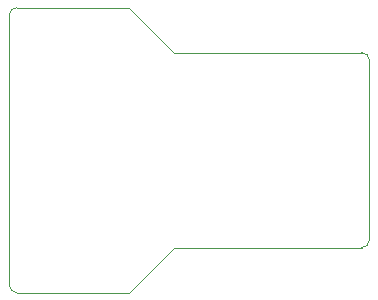
<source format=gbr>
%TF.GenerationSoftware,KiCad,Pcbnew,9.0.2+dfsg-1*%
%TF.CreationDate,2025-06-14T17:41:50+08:00*%
%TF.ProjectId,sd,73642e6b-6963-4616-945f-706362585858,rev?*%
%TF.SameCoordinates,Original*%
%TF.FileFunction,Profile,NP*%
%FSLAX46Y46*%
G04 Gerber Fmt 4.6, Leading zero omitted, Abs format (unit mm)*
G04 Created by KiCad (PCBNEW 9.0.2+dfsg-1) date 2025-06-14 17:41:50*
%MOMM*%
%LPD*%
G01*
G04 APERTURE LIST*
%TA.AperFunction,Profile*%
%ADD10C,0.050000*%
%TD*%
G04 APERTURE END LIST*
D10*
X160020000Y-103505000D02*
X156210000Y-107315000D01*
X175895000Y-86995000D02*
G75*
G02*
X176530000Y-87630000I0J-635000D01*
G01*
X160020000Y-86995000D02*
X156210000Y-83185000D01*
X156210000Y-83185000D02*
X146685000Y-83185000D01*
X146050000Y-106680000D02*
X146050000Y-83820000D01*
X176530000Y-87630000D02*
X176530000Y-102870000D01*
X160020000Y-103505000D02*
X175895000Y-103505000D01*
X156210000Y-107315000D02*
X146685000Y-107315000D01*
X146685000Y-107315000D02*
G75*
G02*
X146050000Y-106680000I0J635000D01*
G01*
X160020000Y-86995000D02*
X175895000Y-86995000D01*
X176530000Y-102870000D02*
G75*
G02*
X175895000Y-103505000I-635000J0D01*
G01*
X146050000Y-83820000D02*
G75*
G02*
X146685000Y-83185000I635000J0D01*
G01*
M02*

</source>
